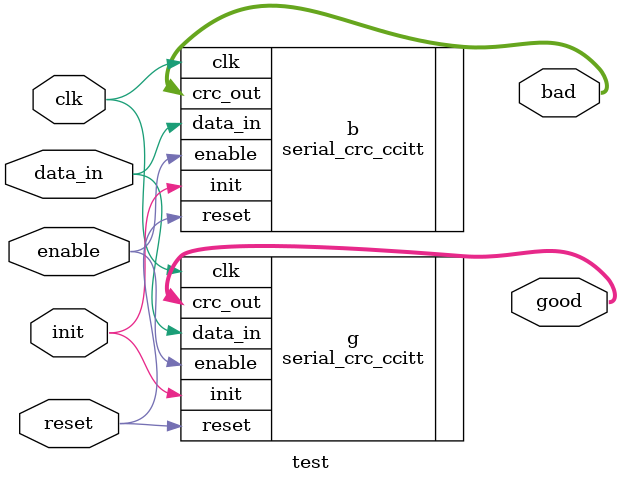
<source format=v>
module test (
    input clk,
    input reset,
    input enable,
    input init,
    input data_in,
    output [15:0] bad, good
);

serial_crc_ccitt #(.IMPLEMENTATION(0)) b (
    .clk(clk),
    .reset(reset),
    .enable(enable),
    .init(init),
    .data_in(data_in),
    .crc_out(bad)
);

serial_crc_ccitt #(.IMPLEMENTATION(1)) g (
    .clk(clk),
    .reset(reset),
    .enable(enable),
    .init(init),
    .data_in(data_in),
    .crc_out(good)
);

endmodule

</source>
